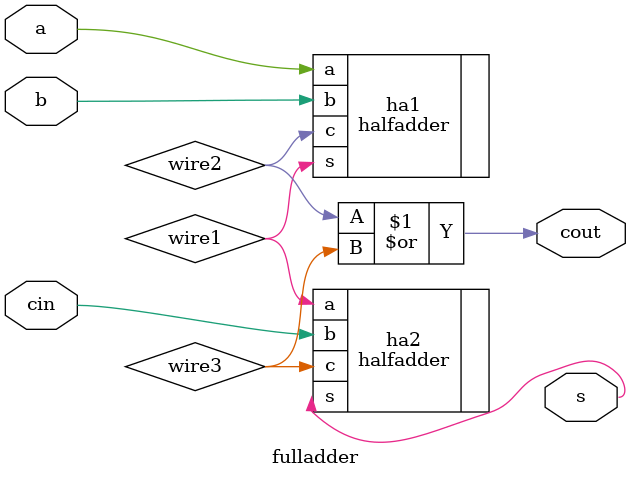
<source format=v>
module fulladder (s, cout,  a, b, cin);
input a, b, cin;
output s, cout;

wire wire1, wire2, wire3;
halfadder ha1( .s(wire1), .c(wire2), .a(a), .b(b));
halfadder ha2( .s(s), .c(wire3), .a(wire1), .b(cin));
or (cout, wire2, wire3) ;

endmodule

</source>
